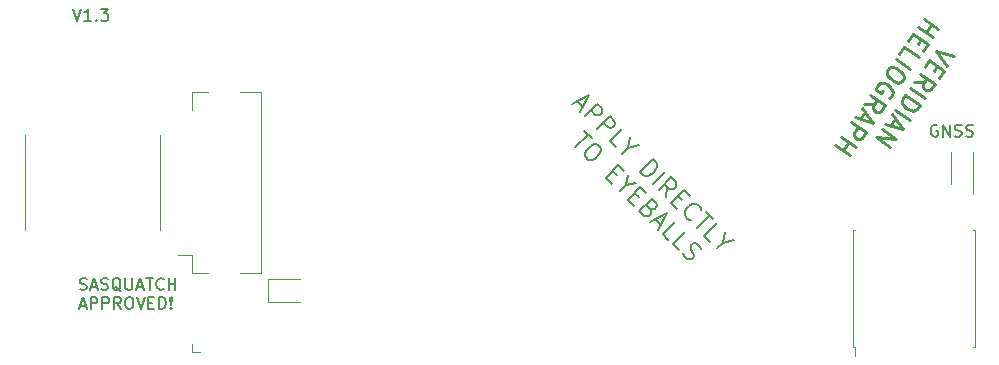
<source format=gbr>
%TF.GenerationSoftware,KiCad,Pcbnew,(6.0.2)*%
%TF.CreationDate,2022-04-09T16:32:05-06:00*%
%TF.ProjectId,SolarGPS,536f6c61-7247-4505-932e-6b696361645f,rev?*%
%TF.SameCoordinates,Original*%
%TF.FileFunction,Legend,Top*%
%TF.FilePolarity,Positive*%
%FSLAX46Y46*%
G04 Gerber Fmt 4.6, Leading zero omitted, Abs format (unit mm)*
G04 Created by KiCad (PCBNEW (6.0.2)) date 2022-04-09 16:32:05*
%MOMM*%
%LPD*%
G01*
G04 APERTURE LIST*
%ADD10C,0.150000*%
%ADD11C,0.250000*%
%ADD12C,0.200000*%
%ADD13C,0.180000*%
%ADD14C,0.120000*%
G04 APERTURE END LIST*
D10*
X51126190Y-51302380D02*
X51459523Y-52302380D01*
X51792857Y-51302380D01*
X52650000Y-52302380D02*
X52078571Y-52302380D01*
X52364285Y-52302380D02*
X52364285Y-51302380D01*
X52269047Y-51445238D01*
X52173809Y-51540476D01*
X52078571Y-51588095D01*
X53078571Y-52207142D02*
X53126190Y-52254761D01*
X53078571Y-52302380D01*
X53030952Y-52254761D01*
X53078571Y-52207142D01*
X53078571Y-52302380D01*
X53459523Y-51302380D02*
X54078571Y-51302380D01*
X53745238Y-51683333D01*
X53888095Y-51683333D01*
X53983333Y-51730952D01*
X54030952Y-51778571D01*
X54078571Y-51873809D01*
X54078571Y-52111904D01*
X54030952Y-52207142D01*
X53983333Y-52254761D01*
X53888095Y-52302380D01*
X53602380Y-52302380D01*
X53507142Y-52254761D01*
X53459523Y-52207142D01*
D11*
X125705216Y-55296176D02*
X124189700Y-54845387D01*
X125131640Y-56115328D01*
X124259743Y-56115206D02*
X123972955Y-56524782D01*
X123206426Y-56249648D02*
X123616123Y-55664539D01*
X124844852Y-56524904D01*
X124435154Y-57110012D01*
X122346061Y-57478376D02*
X123217958Y-57478497D01*
X122837698Y-56776245D02*
X124066426Y-57636610D01*
X123738668Y-58104697D01*
X123598218Y-58180749D01*
X123498737Y-58198290D01*
X123340746Y-58174861D01*
X123165213Y-58051952D01*
X123089161Y-57911502D01*
X123071620Y-57812021D01*
X123095049Y-57654030D01*
X123422807Y-57185943D01*
X121977334Y-58004973D02*
X123206062Y-58865338D01*
X121567636Y-58590082D02*
X122796364Y-59450447D01*
X122591516Y-59743001D01*
X122410095Y-59877564D01*
X122211134Y-59912646D01*
X122053143Y-59889217D01*
X121778130Y-59783849D01*
X121602597Y-59660940D01*
X121409523Y-59438550D01*
X121333471Y-59298100D01*
X121298389Y-59099139D01*
X121362787Y-58882636D01*
X121567636Y-58590082D01*
X120707272Y-59818810D02*
X121936000Y-60679175D01*
X120689609Y-60591226D02*
X120279912Y-61176335D01*
X120420483Y-60228386D02*
X121362423Y-61498327D01*
X119846907Y-61047538D01*
X119560119Y-61457114D02*
X120788847Y-62317479D01*
X119068482Y-62159245D01*
X120297210Y-63019609D01*
X123153752Y-52114450D02*
X124382480Y-52974815D01*
X123797371Y-52565117D02*
X123305735Y-53267248D01*
X122662115Y-52816581D02*
X123890843Y-53676945D01*
X122896037Y-53852356D02*
X122609249Y-54261932D01*
X121842720Y-53986798D02*
X122252418Y-53401689D01*
X123481146Y-54262054D01*
X123071448Y-54847162D01*
X121064295Y-55098504D02*
X121473992Y-54513395D01*
X122702721Y-55373760D01*
X120777507Y-55508080D02*
X122006235Y-56368445D01*
X121432658Y-57187597D02*
X121268779Y-57421640D01*
X121128329Y-57497692D01*
X120929368Y-57532774D01*
X120654355Y-57427406D01*
X120244779Y-57140618D01*
X120051705Y-56918228D01*
X120016623Y-56719267D01*
X120040051Y-56561276D01*
X120203930Y-56327232D01*
X120344381Y-56251180D01*
X120543342Y-56216098D01*
X120818355Y-56321466D01*
X121227931Y-56608254D01*
X121421005Y-56830644D01*
X121456087Y-57029605D01*
X121432658Y-57187597D01*
X120186025Y-58843442D02*
X120326475Y-58767390D01*
X120449385Y-58591857D01*
X120513783Y-58375355D01*
X120478701Y-58176394D01*
X120402649Y-58035944D01*
X120209575Y-57813554D01*
X120034042Y-57690644D01*
X119759029Y-57585276D01*
X119601038Y-57561848D01*
X119402077Y-57596930D01*
X119220656Y-57731493D01*
X119138717Y-57848515D01*
X119074319Y-58065017D01*
X119091860Y-58164497D01*
X119501436Y-58451286D01*
X119665315Y-58217242D01*
X118114473Y-59311286D02*
X118986370Y-59311407D01*
X118606110Y-58609156D02*
X119834838Y-59469520D01*
X119507080Y-59937607D01*
X119366630Y-60013659D01*
X119267149Y-60031200D01*
X119109158Y-60007772D01*
X118933625Y-59884862D01*
X118857573Y-59744412D01*
X118840032Y-59644931D01*
X118863461Y-59486940D01*
X119191219Y-59018853D01*
X118137781Y-60025191D02*
X117728083Y-60610300D01*
X117868655Y-59662351D02*
X118810595Y-60932292D01*
X117295078Y-60481503D01*
X117008290Y-60891079D02*
X118237018Y-61751444D01*
X117909260Y-62219531D01*
X117768810Y-62295583D01*
X117669329Y-62313124D01*
X117511338Y-62289695D01*
X117335805Y-62166786D01*
X117259753Y-62026336D01*
X117242212Y-61926855D01*
X117265641Y-61768864D01*
X117593399Y-61300777D01*
X116147926Y-62119807D02*
X117376654Y-62980172D01*
X116791545Y-62570475D02*
X116299908Y-63272605D01*
X115656289Y-62821938D02*
X116885017Y-63682302D01*
D12*
X93760555Y-59106446D02*
X94265631Y-59611522D01*
X93356494Y-59308477D02*
X94770707Y-58601370D01*
X94063600Y-60015583D01*
X94417154Y-60369137D02*
X95477814Y-59308477D01*
X95881875Y-59712538D01*
X95932383Y-59864060D01*
X95932383Y-59965076D01*
X95881875Y-60116599D01*
X95730352Y-60268121D01*
X95578829Y-60318629D01*
X95477814Y-60318629D01*
X95326291Y-60268121D01*
X94922230Y-59864060D01*
X95477814Y-61429797D02*
X96538474Y-60369137D01*
X96942535Y-60773198D01*
X96993043Y-60924721D01*
X96993043Y-61025736D01*
X96942535Y-61177259D01*
X96791012Y-61328782D01*
X96639489Y-61379289D01*
X96538474Y-61379289D01*
X96386951Y-61328782D01*
X95982890Y-60924721D01*
X97043550Y-62995533D02*
X96538474Y-62490457D01*
X97599134Y-61429797D01*
X98104211Y-63046041D02*
X97599134Y-63551117D01*
X98306241Y-62136904D02*
X98104211Y-63046041D01*
X99013348Y-62844010D01*
X99114363Y-65066346D02*
X100175023Y-64005686D01*
X100427561Y-64258224D01*
X100528577Y-64460255D01*
X100528577Y-64662285D01*
X100478069Y-64813808D01*
X100326546Y-65066346D01*
X100175023Y-65217869D01*
X99922485Y-65369392D01*
X99770962Y-65419899D01*
X99568932Y-65419899D01*
X99366901Y-65318884D01*
X99114363Y-65066346D01*
X100175023Y-66127006D02*
X101235683Y-65066346D01*
X101286191Y-67238174D02*
X101437714Y-66379544D01*
X100680100Y-66632082D02*
X101740760Y-65571422D01*
X102144821Y-65975483D01*
X102195328Y-66127006D01*
X102195328Y-66228021D01*
X102144821Y-66379544D01*
X101993298Y-66531067D01*
X101841775Y-66581575D01*
X101740760Y-66581575D01*
X101589237Y-66531067D01*
X101185176Y-66127006D01*
X102296344Y-67137159D02*
X102649897Y-67490712D01*
X102245836Y-68197819D02*
X101740760Y-67692743D01*
X102801420Y-66632082D01*
X103306496Y-67137159D01*
X103407511Y-69157464D02*
X103306496Y-69157464D01*
X103104466Y-69056449D01*
X103003450Y-68955433D01*
X102902435Y-68753403D01*
X102902435Y-68551372D01*
X102952943Y-68399849D01*
X103104466Y-68147311D01*
X103255989Y-67995788D01*
X103508527Y-67844266D01*
X103660050Y-67793758D01*
X103862080Y-67793758D01*
X104064111Y-67894773D01*
X104165126Y-67995788D01*
X104266141Y-68197819D01*
X104266141Y-68298834D01*
X104670202Y-68500865D02*
X105276294Y-69106956D01*
X103912588Y-69864571D02*
X104973248Y-68803910D01*
X105074263Y-71026246D02*
X104569187Y-70521170D01*
X105629847Y-69460510D01*
X106134923Y-71076754D02*
X105629847Y-71581830D01*
X106336954Y-70167616D02*
X106134923Y-71076754D01*
X107044061Y-70874723D01*
X94401496Y-61647485D02*
X95007588Y-62253576D01*
X93643882Y-63011191D02*
X94704542Y-61950531D01*
X95563172Y-62809160D02*
X95765202Y-63011191D01*
X95815710Y-63162714D01*
X95815710Y-63364744D01*
X95664187Y-63617282D01*
X95310634Y-63970836D01*
X95058095Y-64122359D01*
X94856065Y-64122359D01*
X94704542Y-64071851D01*
X94502512Y-63869820D01*
X94452004Y-63718298D01*
X94452004Y-63516267D01*
X94603527Y-63263729D01*
X94957080Y-62910176D01*
X95209618Y-62758653D01*
X95411649Y-62758653D01*
X95563172Y-62809160D01*
X96775355Y-65031496D02*
X97128908Y-65385049D01*
X96724847Y-66092156D02*
X96219771Y-65587080D01*
X97280431Y-64526420D01*
X97785507Y-65031496D01*
X97886523Y-66243679D02*
X97381446Y-66748755D01*
X98088553Y-65334542D02*
X97886523Y-66243679D01*
X98795660Y-66041648D01*
X98644137Y-66900278D02*
X98997690Y-67253832D01*
X98593629Y-67960938D02*
X98088553Y-67455862D01*
X99149213Y-66395202D01*
X99654290Y-66900278D01*
X99957335Y-68213476D02*
X100058351Y-68415507D01*
X100058351Y-68516522D01*
X100007843Y-68668045D01*
X99856320Y-68819568D01*
X99704797Y-68870076D01*
X99603782Y-68870076D01*
X99452259Y-68819568D01*
X99048198Y-68415507D01*
X100108858Y-67354847D01*
X100462412Y-67708400D01*
X100512919Y-67859923D01*
X100512919Y-67960938D01*
X100462412Y-68112461D01*
X100361396Y-68213476D01*
X100209873Y-68263984D01*
X100108858Y-68263984D01*
X99957335Y-68213476D01*
X99603782Y-67859923D01*
X100361396Y-69122614D02*
X100866473Y-69627690D01*
X99957335Y-69324644D02*
X101371549Y-68617537D01*
X100664442Y-70031751D01*
X101523072Y-70890381D02*
X101017995Y-70385304D01*
X102078656Y-69324644D01*
X102381701Y-71749010D02*
X101876625Y-71243934D01*
X102937285Y-70183274D01*
X102735255Y-72001548D02*
X102836270Y-72203579D01*
X103088808Y-72456117D01*
X103240331Y-72506625D01*
X103341346Y-72506625D01*
X103492869Y-72456117D01*
X103593884Y-72355102D01*
X103644392Y-72203579D01*
X103644392Y-72102564D01*
X103593884Y-71951041D01*
X103442362Y-71698503D01*
X103391854Y-71546980D01*
X103391854Y-71445965D01*
X103442362Y-71294442D01*
X103543377Y-71193426D01*
X103694900Y-71142919D01*
X103795915Y-71142919D01*
X103947438Y-71193426D01*
X104199976Y-71445965D01*
X104300991Y-71647995D01*
D10*
X51687976Y-75049761D02*
X51830833Y-75097380D01*
X52068928Y-75097380D01*
X52164166Y-75049761D01*
X52211785Y-75002142D01*
X52259404Y-74906904D01*
X52259404Y-74811666D01*
X52211785Y-74716428D01*
X52164166Y-74668809D01*
X52068928Y-74621190D01*
X51878452Y-74573571D01*
X51783214Y-74525952D01*
X51735595Y-74478333D01*
X51687976Y-74383095D01*
X51687976Y-74287857D01*
X51735595Y-74192619D01*
X51783214Y-74145000D01*
X51878452Y-74097380D01*
X52116547Y-74097380D01*
X52259404Y-74145000D01*
X52640357Y-74811666D02*
X53116547Y-74811666D01*
X52545119Y-75097380D02*
X52878452Y-74097380D01*
X53211785Y-75097380D01*
X53497500Y-75049761D02*
X53640357Y-75097380D01*
X53878452Y-75097380D01*
X53973690Y-75049761D01*
X54021309Y-75002142D01*
X54068928Y-74906904D01*
X54068928Y-74811666D01*
X54021309Y-74716428D01*
X53973690Y-74668809D01*
X53878452Y-74621190D01*
X53687976Y-74573571D01*
X53592738Y-74525952D01*
X53545119Y-74478333D01*
X53497500Y-74383095D01*
X53497500Y-74287857D01*
X53545119Y-74192619D01*
X53592738Y-74145000D01*
X53687976Y-74097380D01*
X53926071Y-74097380D01*
X54068928Y-74145000D01*
X55164166Y-75192619D02*
X55068928Y-75145000D01*
X54973690Y-75049761D01*
X54830833Y-74906904D01*
X54735595Y-74859285D01*
X54640357Y-74859285D01*
X54687976Y-75097380D02*
X54592738Y-75049761D01*
X54497500Y-74954523D01*
X54449880Y-74764047D01*
X54449880Y-74430714D01*
X54497500Y-74240238D01*
X54592738Y-74145000D01*
X54687976Y-74097380D01*
X54878452Y-74097380D01*
X54973690Y-74145000D01*
X55068928Y-74240238D01*
X55116547Y-74430714D01*
X55116547Y-74764047D01*
X55068928Y-74954523D01*
X54973690Y-75049761D01*
X54878452Y-75097380D01*
X54687976Y-75097380D01*
X55545119Y-74097380D02*
X55545119Y-74906904D01*
X55592738Y-75002142D01*
X55640357Y-75049761D01*
X55735595Y-75097380D01*
X55926071Y-75097380D01*
X56021309Y-75049761D01*
X56068928Y-75002142D01*
X56116547Y-74906904D01*
X56116547Y-74097380D01*
X56545119Y-74811666D02*
X57021309Y-74811666D01*
X56449880Y-75097380D02*
X56783214Y-74097380D01*
X57116547Y-75097380D01*
X57307023Y-74097380D02*
X57878452Y-74097380D01*
X57592738Y-75097380D02*
X57592738Y-74097380D01*
X58783214Y-75002142D02*
X58735595Y-75049761D01*
X58592738Y-75097380D01*
X58497500Y-75097380D01*
X58354642Y-75049761D01*
X58259404Y-74954523D01*
X58211785Y-74859285D01*
X58164166Y-74668809D01*
X58164166Y-74525952D01*
X58211785Y-74335476D01*
X58259404Y-74240238D01*
X58354642Y-74145000D01*
X58497500Y-74097380D01*
X58592738Y-74097380D01*
X58735595Y-74145000D01*
X58783214Y-74192619D01*
X59211785Y-75097380D02*
X59211785Y-74097380D01*
X59211785Y-74573571D02*
X59783214Y-74573571D01*
X59783214Y-75097380D02*
X59783214Y-74097380D01*
X51687976Y-76421666D02*
X52164166Y-76421666D01*
X51592738Y-76707380D02*
X51926071Y-75707380D01*
X52259404Y-76707380D01*
X52592738Y-76707380D02*
X52592738Y-75707380D01*
X52973690Y-75707380D01*
X53068928Y-75755000D01*
X53116547Y-75802619D01*
X53164166Y-75897857D01*
X53164166Y-76040714D01*
X53116547Y-76135952D01*
X53068928Y-76183571D01*
X52973690Y-76231190D01*
X52592738Y-76231190D01*
X53592738Y-76707380D02*
X53592738Y-75707380D01*
X53973690Y-75707380D01*
X54068928Y-75755000D01*
X54116547Y-75802619D01*
X54164166Y-75897857D01*
X54164166Y-76040714D01*
X54116547Y-76135952D01*
X54068928Y-76183571D01*
X53973690Y-76231190D01*
X53592738Y-76231190D01*
X55164166Y-76707380D02*
X54830833Y-76231190D01*
X54592738Y-76707380D02*
X54592738Y-75707380D01*
X54973690Y-75707380D01*
X55068928Y-75755000D01*
X55116547Y-75802619D01*
X55164166Y-75897857D01*
X55164166Y-76040714D01*
X55116547Y-76135952D01*
X55068928Y-76183571D01*
X54973690Y-76231190D01*
X54592738Y-76231190D01*
X55783214Y-75707380D02*
X55973690Y-75707380D01*
X56068928Y-75755000D01*
X56164166Y-75850238D01*
X56211785Y-76040714D01*
X56211785Y-76374047D01*
X56164166Y-76564523D01*
X56068928Y-76659761D01*
X55973690Y-76707380D01*
X55783214Y-76707380D01*
X55687976Y-76659761D01*
X55592738Y-76564523D01*
X55545119Y-76374047D01*
X55545119Y-76040714D01*
X55592738Y-75850238D01*
X55687976Y-75755000D01*
X55783214Y-75707380D01*
X56497500Y-75707380D02*
X56830833Y-76707380D01*
X57164166Y-75707380D01*
X57497500Y-76183571D02*
X57830833Y-76183571D01*
X57973690Y-76707380D02*
X57497500Y-76707380D01*
X57497500Y-75707380D01*
X57973690Y-75707380D01*
X58402261Y-76707380D02*
X58402261Y-75707380D01*
X58640357Y-75707380D01*
X58783214Y-75755000D01*
X58878452Y-75850238D01*
X58926071Y-75945476D01*
X58973690Y-76135952D01*
X58973690Y-76278809D01*
X58926071Y-76469285D01*
X58878452Y-76564523D01*
X58783214Y-76659761D01*
X58640357Y-76707380D01*
X58402261Y-76707380D01*
X59402261Y-76612142D02*
X59449880Y-76659761D01*
X59402261Y-76707380D01*
X59354642Y-76659761D01*
X59402261Y-76612142D01*
X59402261Y-76707380D01*
X59402261Y-76326428D02*
X59354642Y-75755000D01*
X59402261Y-75707380D01*
X59449880Y-75755000D01*
X59402261Y-76326428D01*
X59402261Y-75707380D01*
D13*
X124285714Y-61150000D02*
X124190476Y-61102380D01*
X124047619Y-61102380D01*
X123904761Y-61150000D01*
X123809523Y-61245238D01*
X123761904Y-61340476D01*
X123714285Y-61530952D01*
X123714285Y-61673809D01*
X123761904Y-61864285D01*
X123809523Y-61959523D01*
X123904761Y-62054761D01*
X124047619Y-62102380D01*
X124142857Y-62102380D01*
X124285714Y-62054761D01*
X124333333Y-62007142D01*
X124333333Y-61673809D01*
X124142857Y-61673809D01*
X124761904Y-62102380D02*
X124761904Y-61102380D01*
X125333333Y-62102380D01*
X125333333Y-61102380D01*
X125761904Y-62054761D02*
X125904761Y-62102380D01*
X126142857Y-62102380D01*
X126238095Y-62054761D01*
X126285714Y-62007142D01*
X126333333Y-61911904D01*
X126333333Y-61816666D01*
X126285714Y-61721428D01*
X126238095Y-61673809D01*
X126142857Y-61626190D01*
X125952380Y-61578571D01*
X125857142Y-61530952D01*
X125809523Y-61483333D01*
X125761904Y-61388095D01*
X125761904Y-61292857D01*
X125809523Y-61197619D01*
X125857142Y-61150000D01*
X125952380Y-61102380D01*
X126190476Y-61102380D01*
X126333333Y-61150000D01*
X126714285Y-62054761D02*
X126857142Y-62102380D01*
X127095238Y-62102380D01*
X127190476Y-62054761D01*
X127238095Y-62007142D01*
X127285714Y-61911904D01*
X127285714Y-61816666D01*
X127238095Y-61721428D01*
X127190476Y-61673809D01*
X127095238Y-61626190D01*
X126904761Y-61578571D01*
X126809523Y-61530952D01*
X126761904Y-61483333D01*
X126714285Y-61388095D01*
X126714285Y-61292857D01*
X126761904Y-61197619D01*
X126809523Y-61150000D01*
X126904761Y-61102380D01*
X127142857Y-61102380D01*
X127285714Y-61150000D01*
D14*
%TO.C,D2*%
X67615000Y-76110000D02*
X70300000Y-76110000D01*
X67615000Y-74190000D02*
X67615000Y-76110000D01*
X70300000Y-74190000D02*
X67615000Y-74190000D01*
%TO.C,J7*%
X47000000Y-70000000D02*
X47000000Y-62000000D01*
X58500000Y-62000000D02*
X58500000Y-70000000D01*
%TO.C,U2*%
X117140000Y-79960000D02*
X117290000Y-79960000D01*
X127310000Y-70040000D02*
X127460000Y-70040000D01*
X117140000Y-70040000D02*
X117290000Y-70040000D01*
X127460000Y-79960000D02*
X127460000Y-70040000D01*
X127310000Y-79960000D02*
X127460000Y-79960000D01*
X117140000Y-79960000D02*
X117140000Y-70040000D01*
X117290000Y-80650000D02*
X117290000Y-79960000D01*
%TO.C,AE1*%
X125475000Y-63400000D02*
X125475000Y-66125000D01*
X127325000Y-63400000D02*
X127325000Y-66950000D01*
%TO.C,J1*%
X65260000Y-73650000D02*
X67000000Y-73650000D01*
X61200000Y-73650000D02*
X62540000Y-73650000D01*
X61200000Y-59840000D02*
X61200000Y-58350000D01*
X67000000Y-58350000D02*
X65260000Y-58350000D01*
X67000000Y-73650000D02*
X67000000Y-58350000D01*
X61200000Y-58350000D02*
X62540000Y-58350000D01*
X61200000Y-72160000D02*
X60000000Y-72160000D01*
X61200000Y-72160000D02*
X61200000Y-73650000D01*
%TO.C,J4*%
X61195000Y-80320000D02*
X61195000Y-79685000D01*
X61830000Y-80320000D02*
X61195000Y-80320000D01*
%TD*%
M02*

</source>
